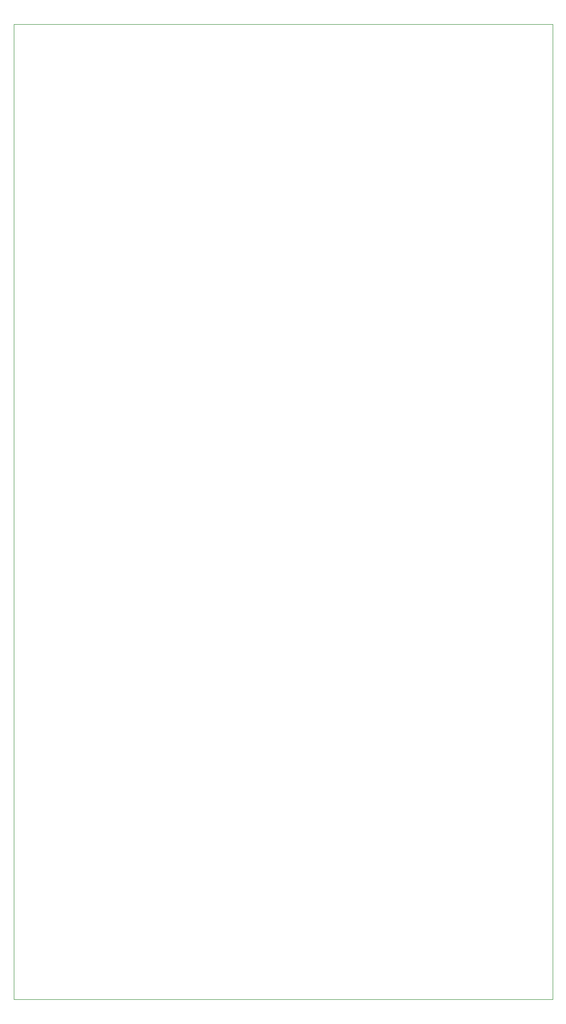
<source format=gbr>
%TF.GenerationSoftware,KiCad,Pcbnew,(5.1.6)-1*%
%TF.CreationDate,2020-10-11T20:34:23-04:00*%
%TF.ProjectId,ir_emitter,69725f65-6d69-4747-9465-722e6b696361,v02*%
%TF.SameCoordinates,Original*%
%TF.FileFunction,Profile,NP*%
%FSLAX46Y46*%
G04 Gerber Fmt 4.6, Leading zero omitted, Abs format (unit mm)*
G04 Created by KiCad (PCBNEW (5.1.6)-1) date 2020-10-11 20:34:23*
%MOMM*%
%LPD*%
G01*
G04 APERTURE LIST*
%TA.AperFunction,Profile*%
%ADD10C,0.050000*%
%TD*%
G04 APERTURE END LIST*
D10*
X176022000Y-184912000D02*
X83566000Y-184912000D01*
X176022000Y-17780000D02*
X176022000Y-184912000D01*
X83566000Y-17780000D02*
X176022000Y-17780000D01*
X83566000Y-184912000D02*
X83566000Y-17780000D01*
M02*

</source>
